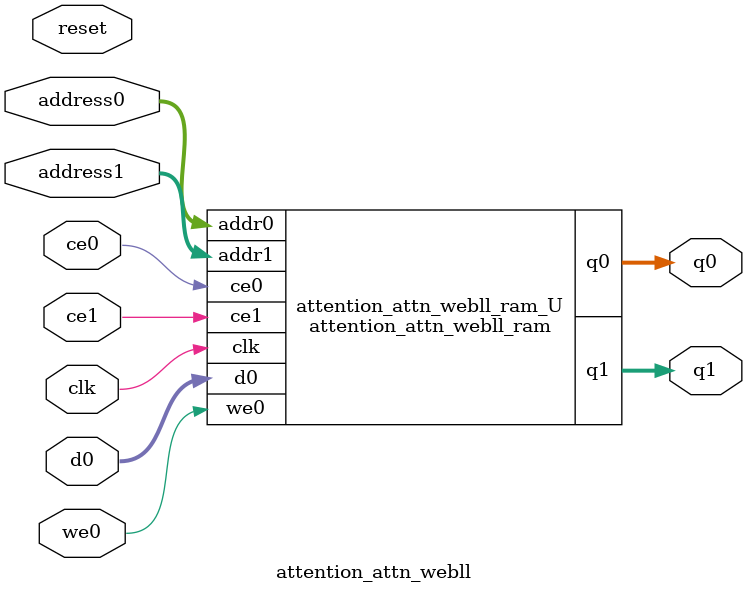
<source format=v>
`timescale 1 ns / 1 ps
module attention_attn_webll_ram (addr0, ce0, d0, we0, q0, addr1, ce1, q1,  clk);

parameter DWIDTH = 38;
parameter AWIDTH = 5;
parameter MEM_SIZE = 24;

input[AWIDTH-1:0] addr0;
input ce0;
input[DWIDTH-1:0] d0;
input we0;
output reg[DWIDTH-1:0] q0;
input[AWIDTH-1:0] addr1;
input ce1;
output reg[DWIDTH-1:0] q1;
input clk;

(* ram_style = "distributed" *)reg [DWIDTH-1:0] ram[0:MEM_SIZE-1];




always @(posedge clk)  
begin 
    if (ce0) begin
        if (we0) 
            ram[addr0] <= d0; 
        q0 <= ram[addr0];
    end
end


always @(posedge clk)  
begin 
    if (ce1) begin
        q1 <= ram[addr1];
    end
end


endmodule

`timescale 1 ns / 1 ps
module attention_attn_webll(
    reset,
    clk,
    address0,
    ce0,
    we0,
    d0,
    q0,
    address1,
    ce1,
    q1);

parameter DataWidth = 32'd38;
parameter AddressRange = 32'd24;
parameter AddressWidth = 32'd5;
input reset;
input clk;
input[AddressWidth - 1:0] address0;
input ce0;
input we0;
input[DataWidth - 1:0] d0;
output[DataWidth - 1:0] q0;
input[AddressWidth - 1:0] address1;
input ce1;
output[DataWidth - 1:0] q1;



attention_attn_webll_ram attention_attn_webll_ram_U(
    .clk( clk ),
    .addr0( address0 ),
    .ce0( ce0 ),
    .we0( we0 ),
    .d0( d0 ),
    .q0( q0 ),
    .addr1( address1 ),
    .ce1( ce1 ),
    .q1( q1 ));

endmodule


</source>
